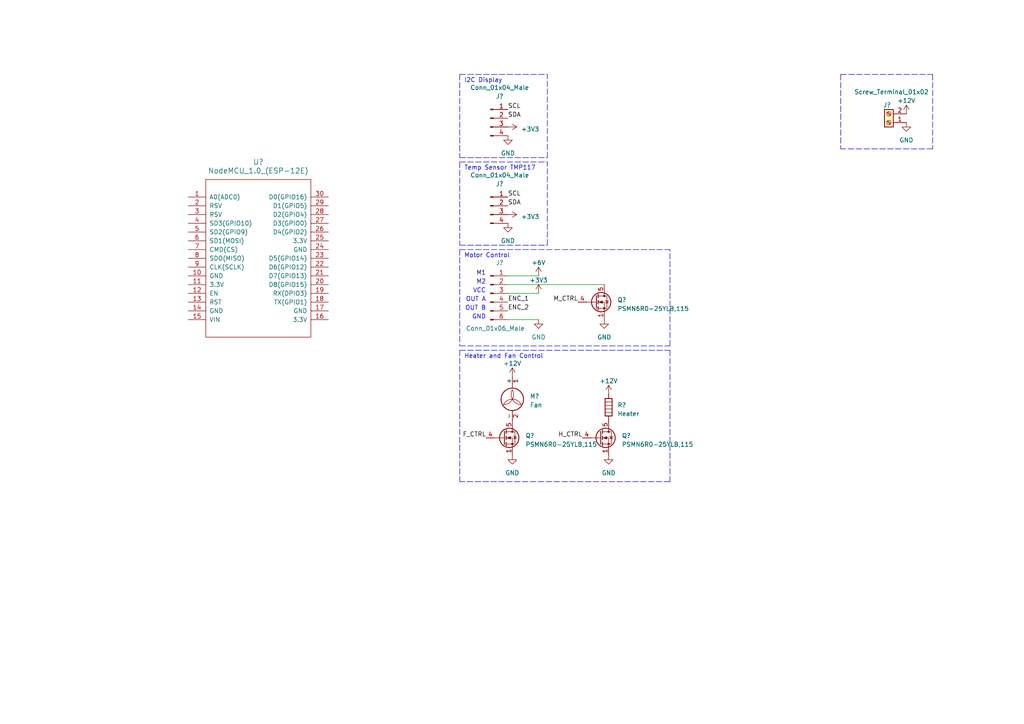
<source format=kicad_sch>
(kicad_sch (version 20210406) (generator eeschema)
  (paper "A4")
  (lib_symbols
    (symbol "Connector:Conn_01x04_Male" (pin_names (offset 1.016) hide)
      (property "Reference" "J" (at 0 5.08 0))
      (property "Value" "Conn_01x04_Male" (at 0 -7.62 0))
      (symbol "Conn_01x04_Male_1_1"
        (rectangle (start 0.8636 -4.953) (end 0 -5.207) (stroke (width 0.1524)) (fill (type outline)))
        (rectangle (start 0.8636 -2.413) (end 0 -2.667) (stroke (width 0.1524)) (fill (type outline)))
        (rectangle (start 0.8636 0.127) (end 0 -0.127) (stroke (width 0.1524)) (fill (type outline)))
        (rectangle (start 0.8636 2.667) (end 0 2.413) (stroke (width 0.1524)) (fill (type outline)))
        (polyline (pts (xy 1.27 -5.08) (xy 0.8636 -5.08)) (stroke (width 0.1524)))
        (polyline (pts (xy 1.27 -2.54) (xy 0.8636 -2.54)) (stroke (width 0.1524)))
        (polyline (pts (xy 1.27 0) (xy 0.8636 0)) (stroke (width 0.1524)))
        (polyline (pts (xy 1.27 2.54) (xy 0.8636 2.54)) (stroke (width 0.1524)))
        (pin passive line (at 5.08 2.54 180) (length 3.81) (name "Pin_1") (number "1"))
        (pin passive line (at 5.08 0 180) (length 3.81) (name "Pin_2") (number "2"))
        (pin passive line (at 5.08 -2.54 180) (length 3.81) (name "Pin_3") (number "3"))
        (pin passive line (at 5.08 -5.08 180) (length 3.81) (name "Pin_4") (number "4"))
      )
    )
    (symbol "Connector:Conn_01x06_Male" (pin_names (offset 1.016) hide)
      (property "Reference" "J" (at 0 7.62 0))
      (property "Value" "Conn_01x06_Male" (at 0 -10.16 0))
      (symbol "Conn_01x06_Male_1_1"
        (rectangle (start 0.8636 -7.493) (end 0 -7.747) (stroke (width 0.1524)) (fill (type outline)))
        (rectangle (start 0.8636 -4.953) (end 0 -5.207) (stroke (width 0.1524)) (fill (type outline)))
        (rectangle (start 0.8636 -2.413) (end 0 -2.667) (stroke (width 0.1524)) (fill (type outline)))
        (rectangle (start 0.8636 0.127) (end 0 -0.127) (stroke (width 0.1524)) (fill (type outline)))
        (rectangle (start 0.8636 2.667) (end 0 2.413) (stroke (width 0.1524)) (fill (type outline)))
        (rectangle (start 0.8636 5.207) (end 0 4.953) (stroke (width 0.1524)) (fill (type outline)))
        (polyline (pts (xy 1.27 -7.62) (xy 0.8636 -7.62)) (stroke (width 0.1524)))
        (polyline (pts (xy 1.27 -5.08) (xy 0.8636 -5.08)) (stroke (width 0.1524)))
        (polyline (pts (xy 1.27 -2.54) (xy 0.8636 -2.54)) (stroke (width 0.1524)))
        (polyline (pts (xy 1.27 0) (xy 0.8636 0)) (stroke (width 0.1524)))
        (polyline (pts (xy 1.27 2.54) (xy 0.8636 2.54)) (stroke (width 0.1524)))
        (polyline (pts (xy 1.27 5.08) (xy 0.8636 5.08)) (stroke (width 0.1524)))
        (pin passive line (at 5.08 5.08 180) (length 3.81) (name "Pin_1") (number "1"))
        (pin passive line (at 5.08 2.54 180) (length 3.81) (name "Pin_2") (number "2"))
        (pin passive line (at 5.08 0 180) (length 3.81) (name "Pin_3") (number "3"))
        (pin passive line (at 5.08 -2.54 180) (length 3.81) (name "Pin_4") (number "4"))
        (pin passive line (at 5.08 -5.08 180) (length 3.81) (name "Pin_5") (number "5"))
        (pin passive line (at 5.08 -7.62 180) (length 3.81) (name "Pin_6") (number "6"))
      )
    )
    (symbol "Connector:Screw_Terminal_01x02" (pin_names (offset 1.016) hide)
      (property "Reference" "J" (at 0 2.54 0))
      (property "Value" "Screw_Terminal_01x02" (at 0 -5.08 0))
      (symbol "Screw_Terminal_01x02_1_1"
        (circle (center 0 -2.54) (radius 0.635) (stroke (width 0.1524)))
        (circle (center 0 0) (radius 0.635) (stroke (width 0.1524)))
        (rectangle (start -1.27 1.27) (end 1.27 -3.81) (stroke (width 0.254)) (fill (type background)))
        (polyline (pts (xy -0.5334 -2.2098) (xy 0.3302 -3.048)) (stroke (width 0.1524)))
        (polyline (pts (xy -0.5334 0.3302) (xy 0.3302 -0.508)) (stroke (width 0.1524)))
        (polyline (pts (xy -0.3556 -2.032) (xy 0.508 -2.8702)) (stroke (width 0.1524)))
        (polyline (pts (xy -0.3556 0.508) (xy 0.508 -0.3302)) (stroke (width 0.1524)))
        (pin passive line (at -5.08 0 0) (length 3.81) (name "Pin_1") (number "1"))
        (pin passive line (at -5.08 -2.54 0) (length 3.81) (name "Pin_2") (number "2"))
      )
    )
    (symbol "Custom:NodeMCU_1.0_(ESP-12E)" (pin_names (offset 1.016))
      (property "Reference" "U" (at 0 21.59 0))
      (property "Value" "NodeMCU_1.0_(ESP-12E)" (at 0 -21.59 0))
      (symbol "NodeMCU_1.0_(ESP-12E)_0_1"
        (rectangle (start -15.24 -22.86) (end 15.24 22.86))
      )
      (symbol "NodeMCU_1.0_(ESP-12E)_1_1"
        (pin input line (at -20.32 17.78 0) (length 5.08) (name "A0(ADC0)") (number "1"))
        (pin input line (at -20.32 -5.08 0) (length 5.08) (name "GND") (number "10"))
        (pin power_out line (at -20.32 -7.62 0) (length 5.08) (name "3.3V") (number "11"))
        (pin input line (at -20.32 -10.16 0) (length 5.08) (name "EN") (number "12"))
        (pin input line (at -20.32 -12.7 0) (length 5.08) (name "RST") (number "13"))
        (pin power_in line (at -20.32 -15.24 0) (length 5.08) (name "GND") (number "14"))
        (pin power_in line (at -20.32 -17.78 0) (length 5.08) (name "VIN") (number "15"))
        (pin power_out line (at 20.32 -17.78 180) (length 5.08) (name "3.3V") (number "16"))
        (pin power_in line (at 20.32 -15.24 180) (length 5.08) (name "GND") (number "17"))
        (pin bidirectional line (at 20.32 -12.7 180) (length 5.08) (name "TX(GPIO1)") (number "18"))
        (pin bidirectional line (at 20.32 -10.16 180) (length 5.08) (name "RX(DPIO3)") (number "19"))
        (pin input line (at -20.32 15.24 0) (length 5.08) (name "RSV") (number "2"))
        (pin bidirectional line (at 20.32 -7.62 180) (length 5.08) (name "D8(GPIO15)") (number "20"))
        (pin bidirectional line (at 20.32 -5.08 180) (length 5.08) (name "D7(GPIO13)") (number "21"))
        (pin bidirectional line (at 20.32 -2.54 180) (length 5.08) (name "D6(GPIO12)") (number "22"))
        (pin bidirectional line (at 20.32 0 180) (length 5.08) (name "D5(GPIO14)") (number "23"))
        (pin power_in line (at 20.32 2.54 180) (length 5.08) (name "GND") (number "24"))
        (pin power_out line (at 20.32 5.08 180) (length 5.08) (name "3.3V") (number "25"))
        (pin bidirectional line (at 20.32 7.62 180) (length 5.08) (name "D4(GPIO2)") (number "26"))
        (pin bidirectional line (at 20.32 10.16 180) (length 5.08) (name "D3(GPIO0)") (number "27"))
        (pin bidirectional line (at 20.32 12.7 180) (length 5.08) (name "D2(GPIO4)") (number "28"))
        (pin bidirectional line (at 20.32 15.24 180) (length 5.08) (name "D1(GPIO5)") (number "29"))
        (pin input line (at -20.32 12.7 0) (length 5.08) (name "RSV") (number "3"))
        (pin bidirectional line (at 20.32 17.78 180) (length 5.08) (name "D0(GPIO16)") (number "30"))
        (pin bidirectional line (at -20.32 10.16 0) (length 5.08) (name "SD3(GPIO10)") (number "4"))
        (pin bidirectional line (at -20.32 7.62 0) (length 5.08) (name "SD2(GPIO9)") (number "5"))
        (pin bidirectional line (at -20.32 5.08 0) (length 5.08) (name "SD1(MOSI)") (number "6"))
        (pin bidirectional line (at -20.32 2.54 0) (length 5.08) (name "CMD(CS)") (number "7"))
        (pin bidirectional line (at -20.32 0 0) (length 5.08) (name "SDO(MISO)") (number "8"))
        (pin bidirectional line (at -20.32 -2.54 0) (length 5.08) (name "CLK(SCLK)") (number "9"))
      )
    )
    (symbol "Device:Heater" (pin_numbers hide) (pin_names (offset 0))
      (property "Reference" "R" (at 2.032 0 90))
      (property "Value" "Heater" (at -2.032 0 90))
      (symbol "Heater_0_1"
        (rectangle (start -1.016 -2.54) (end 1.016 2.54) (stroke (width 0.254)))
        (polyline (pts (xy -1.016 1.524) (xy 1.016 1.524)))
        (polyline (pts (xy 1.016 -1.524) (xy -1.016 -1.524)))
        (polyline (pts (xy 1.016 -0.508) (xy -1.016 -0.508)))
        (polyline (pts (xy 1.016 0.508) (xy -1.016 0.508)))
      )
      (symbol "Heater_1_1"
        (pin passive line (at 0 3.81 270) (length 1.27) (name "~") (number "1"))
        (pin passive line (at 0 -3.81 90) (length 1.27) (name "~") (number "2"))
      )
    )
    (symbol "Motor:Fan" (pin_names (offset 0))
      (property "Reference" "M" (at 2.54 5.08 0))
      (property "Value" "Fan" (at 2.54 -2.54 0))
      (symbol "Fan_0_1"
        (arc (start 0 3.81) (end -2.54 -0.508) (radius (at -2.4892 2.3876) (length 2.8702) (angles 29.7 -91)))
        (arc (start -2.54 -0.508) (end 2.54 -0.508) (radius (at 0 -1.778) (length 2.8448) (angles 153.4 26.6)))
        (arc (start 2.54 -0.508) (end 0 3.81) (radius (at 2.6162 2.413) (length 2.921) (angles -91.5 151.9)))
        (circle (center 0 1.016) (radius 3.2512) (stroke (width 0.254)))
        (polyline (pts (xy 0 -5.08) (xy 0 -4.572)))
        (polyline (pts (xy 0 -2.2352) (xy 0 -2.6416)))
        (polyline (pts (xy 0 4.2672) (xy 0 4.6228)))
        (polyline (pts (xy 0 4.572) (xy 0 5.08)))
      )
      (symbol "Fan_1_1"
        (pin passive line (at 0 7.62 270) (length 2.54) (name "+") (number "1"))
        (pin passive line (at 0 -5.08 90) (length 2.54) (name "-") (number "2"))
      )
    )
    (symbol "Transistor_FET:PSMN5R2-60YL" (pin_names hide)
      (property "Reference" "Q" (at 6.35 2.54 0))
      (property "Value" "PSMN5R2-60YL" (at 12.7 0 0))
      (symbol "PSMN5R2-60YL_0_1"
        (circle (center 1.651 0) (radius 2.794) (stroke (width 0.254)))
        (circle (center 2.54 -1.778) (radius 0.254) (fill (type outline)))
        (circle (center 2.54 1.778) (radius 0.254) (fill (type outline)))
        (polyline (pts (xy 0.254 0) (xy -2.54 0)))
        (polyline (pts (xy 0.254 1.905) (xy 0.254 -1.905)) (stroke (width 0.254)))
        (polyline (pts (xy 0.762 -1.27) (xy 0.762 -2.286)) (stroke (width 0.254)))
        (polyline (pts (xy 0.762 0.508) (xy 0.762 -0.508)) (stroke (width 0.254)))
        (polyline (pts (xy 0.762 2.286) (xy 0.762 1.27)) (stroke (width 0.254)))
        (polyline (pts (xy 2.54 2.54) (xy 2.54 1.778)))
        (polyline (pts (xy 2.54 -2.54) (xy 2.54 0) (xy 0.762 0)))
        (polyline (pts (xy 0.762 -1.778) (xy 3.302 -1.778) (xy 3.302 1.778) (xy 0.762 1.778)))
        (polyline (pts (xy 2.794 0.508) (xy 2.921 0.381) (xy 3.683 0.381) (xy 3.81 0.254)))
        (polyline (pts (xy 3.302 0.381) (xy 2.921 -0.254) (xy 3.683 -0.254) (xy 3.302 0.381)))
        (polyline (pts (xy 1.016 0) (xy 2.032 0.381) (xy 2.032 -0.381) (xy 1.016 0)) (fill (type outline)))
      )
      (symbol "PSMN5R2-60YL_1_1"
        (pin passive line (at 2.54 -5.08 90) (length 2.54) (name "S") (number "1"))
        (pin passive line (at 2.54 -5.08 90) (length 2.54) hide (name "S") (number "2"))
        (pin passive line (at 2.54 -5.08 90) (length 2.54) hide (name "S") (number "3"))
        (pin passive line (at -5.08 0 0) (length 2.54) (name "G") (number "4"))
        (pin passive line (at 2.54 5.08 270) (length 2.54) (name "D") (number "5"))
      )
    )
    (symbol "power:+12V" (power) (pin_names (offset 0))
      (property "Value" "+12V" (at 0 3.556 0))
      (symbol "+12V_0_1"
        (polyline (pts (xy -0.762 1.27) (xy 0 2.54)))
        (polyline (pts (xy 0 0) (xy 0 2.54)))
        (polyline (pts (xy 0 2.54) (xy 0.762 1.27)))
      )
      (symbol "+12V_1_1"
        (pin power_in line (at 0 0 90) (length 0) hide (name "+12V") (number "1"))
      )
    )
    (symbol "power:+3V3" (power) (pin_names (offset 0))
      (property "Value" "+3V3" (at 0 3.556 0))
      (symbol "+3V3_0_1"
        (polyline (pts (xy -0.762 1.27) (xy 0 2.54)))
        (polyline (pts (xy 0 0) (xy 0 2.54)))
        (polyline (pts (xy 0 2.54) (xy 0.762 1.27)))
      )
      (symbol "+3V3_1_1"
        (pin power_in line (at 0 0 90) (length 0) hide (name "+3V3") (number "1"))
      )
    )
    (symbol "power:+6V" (power) (pin_names (offset 0))
      (property "Value" "+6V" (at 0 3.556 0))
      (symbol "+6V_0_1"
        (polyline (pts (xy -0.762 1.27) (xy 0 2.54)))
        (polyline (pts (xy 0 0) (xy 0 2.54)))
        (polyline (pts (xy 0 2.54) (xy 0.762 1.27)))
      )
      (symbol "+6V_1_1"
        (pin power_in line (at 0 0 90) (length 0) hide (name "+6V") (number "1"))
      )
    )
    (symbol "power:GND" (power) (pin_names (offset 0))
      (property "Value" "GND" (at 0 -3.81 0))
      (symbol "GND_0_1"
        (polyline (pts (xy 0 0) (xy 0 -1.27) (xy 1.27 -1.27) (xy 0 -2.54) (xy -1.27 -1.27) (xy 0 -1.27)))
      )
      (symbol "GND_1_1"
        (pin power_in line (at 0 0 270) (length 0) hide (name "GND") (number "1"))
      )
    )
  )
  (wire (pts (xy 147.32 80.01) (xy 156.21 80.01)))
  (wire (pts (xy 147.32 82.55) (xy 175.26 82.55)))
  (wire (pts (xy 147.32 85.09) (xy 156.21 85.09)))
  (wire (pts (xy 147.32 92.71) (xy 156.21 92.71)))
  (polyline (pts (xy 133.35 21.59) (xy 133.35 45.72)) (stroke (width 0) (type dash)))
  (polyline (pts (xy 133.35 21.59) (xy 158.75 21.59)) (stroke (width 0) (type dash)))
  (polyline (pts (xy 133.35 45.72) (xy 158.75 45.72)) (stroke (width 0) (type dash)))
  (polyline (pts (xy 133.35 46.99) (xy 133.35 71.12)) (stroke (width 0) (type dash)))
  (polyline (pts (xy 133.35 46.99) (xy 158.75 46.99)) (stroke (width 0) (type dash)))
  (polyline (pts (xy 133.35 71.12) (xy 158.75 71.12)) (stroke (width 0) (type dash)))
  (polyline (pts (xy 133.35 72.39) (xy 133.35 100.33)) (stroke (width 0) (type dash)))
  (polyline (pts (xy 133.35 72.39) (xy 194.31 72.39)) (stroke (width 0) (type dash)))
  (polyline (pts (xy 133.35 100.33) (xy 194.31 100.33)) (stroke (width 0) (type dash)))
  (polyline (pts (xy 133.35 101.6) (xy 133.35 139.7)) (stroke (width 0) (type dash)))
  (polyline (pts (xy 133.35 101.6) (xy 194.31 101.6)) (stroke (width 0) (type dash)))
  (polyline (pts (xy 158.75 45.72) (xy 158.75 21.59)) (stroke (width 0) (type dash)))
  (polyline (pts (xy 158.75 71.12) (xy 158.75 46.99)) (stroke (width 0) (type dash)))
  (polyline (pts (xy 194.31 100.33) (xy 194.31 72.39)) (stroke (width 0) (type dash)))
  (polyline (pts (xy 194.31 101.6) (xy 194.31 139.7)) (stroke (width 0) (type dash)))
  (polyline (pts (xy 194.31 139.7) (xy 133.35 139.7)) (stroke (width 0) (type dash)))
  (polyline (pts (xy 243.84 21.59) (xy 243.84 43.18)) (stroke (width 0) (type dash)))
  (polyline (pts (xy 243.84 21.59) (xy 270.51 21.59)) (stroke (width 0) (type dash)))
  (polyline (pts (xy 270.51 21.59) (xy 270.51 43.18)) (stroke (width 0) (type dash)))
  (polyline (pts (xy 270.51 43.18) (xy 243.84 43.18)) (stroke (width 0) (type dash)))
  (text "I2C Display" (at 134.62 24.13 0) (effects (font (size 1.27 1.27)) (justify left bottom)))
  (text "Temp Sensor TMP117" (at 134.62 49.53 0) (effects (font (size 1.27 1.27)) (justify left bottom)))
  (text "Motor Control" (at 134.62 74.93 0) (effects (font (size 1.27 1.27)) (justify left bottom)))
  (text "Heater and Fan Control" (at 134.62 104.14 0) (effects (font (size 1.27 1.27)) (justify left bottom)))
  (text "M1" (at 140.97 80.01 180) (effects (font (size 1.27 1.27)) (justify right bottom)))
  (text "M2" (at 140.97 82.55 180) (effects (font (size 1.27 1.27)) (justify right bottom)))
  (text "VCC" (at 140.97 85.09 180) (effects (font (size 1.27 1.27)) (justify right bottom)))
  (text "OUT A" (at 140.97 87.63 180) (effects (font (size 1.27 1.27)) (justify right bottom)))
  (text "OUT B" (at 140.97 90.17 180) (effects (font (size 1.27 1.27)) (justify right bottom)))
  (text "GND" (at 140.97 92.71 180) (effects (font (size 1.27 1.27)) (justify right bottom)))
  (label "F_CTRL" (at 140.97 127 180))
  (label "SCL" (at 147.32 31.75 0))
  (label "SDA" (at 147.32 34.29 0))
  (label "SCL" (at 147.32 57.15 0))
  (label "SDA" (at 147.32 59.69 0))
  (label "ENC_1" (at 147.32 87.63 0))
  (label "ENC_2" (at 147.32 90.17 0))
  (label "M_CTRL" (at 167.64 87.63 180))
  (label "H_CTRL" (at 168.91 127 180))
  (symbol (lib_id "power:+3V3") (at 147.32 36.83 270) (unit 1)
    (property "Reference" "#PWR?" (effects hide))
    (property "Value" "+3V3" (at 151.13 37.4649 90) (effects (justify left)))
  )
  (symbol (lib_id "power:+3V3") (at 147.32 62.23 270) (unit 1)
    (property "Reference" "#PWR?" (effects hide))
    (property "Value" "+3V3" (at 151.13 62.8649 90) (effects (justify left)))
  )
  (symbol (lib_id "power:+12V") (at 148.59 109.22 0) (unit 1)
    (property "Reference" "#PWR?" (effects hide))
    (property "Value" "+12V" (at 148.59 105.41 0))
  )
  (symbol (lib_id "power:+6V") (at 156.21 80.01 0) (unit 1)
    (property "Reference" "#PWR?" (effects hide))
    (property "Value" "+6V" (at 156.21 76.2 0))
  )
  (symbol (lib_id "power:+3V3") (at 156.21 85.09 0) (unit 1)
    (property "Reference" "#PWR?" (effects hide))
    (property "Value" "+3V3" (at 156.21 81.28 0))
  )
  (symbol (lib_id "power:+12V") (at 176.53 114.3 0) (unit 1)
    (property "Reference" "#PWR?" (effects hide))
    (property "Value" "+12V" (at 176.53 110.49 0))
  )
  (symbol (lib_id "power:+12V") (at 262.89 33.02 0) (unit 1)
    (property "Reference" "#PWR?" (effects hide))
    (property "Value" "+12V" (at 262.89 29.21 0))
  )
  (symbol (lib_id "power:GND") (at 147.32 39.37 0) (unit 1)
    (property "Reference" "#PWR?" (effects hide))
    (property "Value" "GND" (at 147.32 44.45 0))
  )
  (symbol (lib_id "power:GND") (at 147.32 64.77 0) (unit 1)
    (property "Reference" "#PWR?" (effects hide))
    (property "Value" "GND" (at 147.32 69.85 0))
  )
  (symbol (lib_id "power:GND") (at 148.59 132.08 0) (unit 1)
    (property "Reference" "#PWR?" (effects hide))
    (property "Value" "GND" (at 148.59 137.16 0))
  )
  (symbol (lib_id "power:GND") (at 156.21 92.71 0) (unit 1)
    (property "Reference" "#PWR?" (effects hide))
    (property "Value" "GND" (at 156.21 97.79 0))
  )
  (symbol (lib_id "power:GND") (at 175.26 92.71 0) (unit 1)
    (property "Reference" "#PWR?" (effects hide))
    (property "Value" "GND" (at 175.26 97.79 0))
  )
  (symbol (lib_id "power:GND") (at 176.53 132.08 0) (unit 1)
    (property "Reference" "#PWR?" (effects hide))
    (property "Value" "GND" (at 176.53 137.16 0))
  )
  (symbol (lib_id "power:GND") (at 262.89 35.56 0) (unit 1)
    (property "Reference" "#PWR?" (effects hide))
    (property "Value" "GND" (at 262.89 40.64 0))
  )
  (symbol (lib_id "Device:Heater") (at 176.53 118.11 0) (unit 1)
    (property "Reference" "R?" (at 179.07 117.4749 0) (effects (justify left)))
    (property "Value" "Heater" (at 179.07 120.0149 0) (effects (justify left)))
  )
  (symbol (lib_id "Connector:Screw_Terminal_01x02") (at 257.81 35.56 180) (unit 1)
    (property "Reference" "J?" (at 257.302 30.48 0))
    (property "Value" "Screw_Terminal_01x02" (at 258.572 26.67 0))
  )
  (symbol (lib_id "Connector:Conn_01x04_Male") (at 142.24 34.29 0) (unit 1)
    (property "Reference" "J?" (at 144.9324 27.94 0))
    (property "Value" "Conn_01x04_Male" (at 144.9324 25.4 0))
  )
  (symbol (lib_id "Connector:Conn_01x04_Male") (at 142.24 59.69 0) (unit 1)
    (property "Reference" "J?" (at 144.9324 53.34 0))
    (property "Value" "Conn_01x04_Male" (at 144.9324 50.8 0))
  )
  (symbol (lib_id "Connector:Conn_01x06_Male") (at 142.24 85.09 0) (unit 1)
    (property "Reference" "J?" (at 144.9324 76.2 0))
    (property "Value" "Conn_01x06_Male" (at 143.6624 95.25 0))
  )
  (symbol (lib_id "Motor:Fan") (at 148.59 116.84 0) (unit 1)
    (property "Reference" "M?" (at 153.67 114.9349 0) (effects (justify left)))
    (property "Value" "Fan" (at 153.67 117.4749 0) (effects (justify left)))
  )
  (symbol (lib_id "Transistor_FET:PSMN5R2-60YL") (at 146.05 127 0) (unit 1)
    (property "Reference" "Q?" (at 152.4 126.3649 0) (effects (justify left)))
    (property "Value" "PSMN6R0-25YLB,115" (at 152.4 128.9049 0) (effects (justify left)))
    (property "Footprint" "Package_TO_SOT_SMD:LFPAK56" (effects hide))
    (property "Datasheet" "https://assets.nexperia.com/documents/data-sheet/PSMN6R0-25YLB.pdf" (effects hide))
  )
  (symbol (lib_id "Transistor_FET:PSMN5R2-60YL") (at 172.72 87.63 0) (unit 1)
    (property "Reference" "Q?" (at 179.07 86.9949 0) (effects (justify left)))
    (property "Value" "PSMN6R0-25YLB,115" (at 179.07 89.5349 0) (effects (justify left)))
    (property "Footprint" "Package_TO_SOT_SMD:LFPAK56" (effects hide))
    (property "Datasheet" "https://assets.nexperia.com/documents/data-sheet/PSMN6R0-25YLB.pdf" (effects hide))
  )
  (symbol (lib_id "Transistor_FET:PSMN5R2-60YL") (at 173.99 127 0) (unit 1)
    (property "Reference" "Q?" (at 180.34 126.3649 0) (effects (justify left)))
    (property "Value" "PSMN6R0-25YLB,115" (at 180.34 128.9049 0) (effects (justify left)))
    (property "Footprint" "Package_TO_SOT_SMD:LFPAK56" (effects hide))
    (property "Datasheet" "https://assets.nexperia.com/documents/data-sheet/PSMN6R0-25YLB.pdf" (effects hide))
  )
  (symbol (lib_id "Custom:NodeMCU_1.0_(ESP-12E)") (at 74.93 74.93 0) (unit 1)
    (property "Reference" "U?" (at 74.93 46.99 0) (effects (font (size 1.524 1.524))))
    (property "Value" "NodeMCU_1.0_(ESP-12E)" (at 74.93 49.53 0) (effects (font (size 1.524 1.524))))
  )
)
</source>
